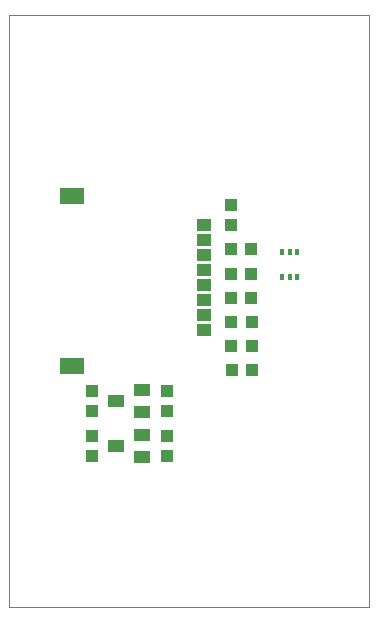
<source format=gbp>
G75*
%MOIN*%
%OFA0B0*%
%FSLAX25Y25*%
%IPPOS*%
%LPD*%
%AMOC8*
5,1,8,0,0,1.08239X$1,22.5*
%
%ADD10C,0.00000*%
%ADD11R,0.04331X0.03937*%
%ADD12R,0.03937X0.04331*%
%ADD13R,0.04724X0.03937*%
%ADD14R,0.07874X0.05315*%
%ADD15R,0.01378X0.01969*%
%ADD16R,0.05512X0.03937*%
D10*
X0026800Y0048050D02*
X0026800Y0245501D01*
X0146800Y0245501D01*
X0146800Y0048050D01*
X0026800Y0048050D01*
D11*
X0054300Y0098454D03*
X0054300Y0105146D03*
X0054300Y0113454D03*
X0054300Y0120146D03*
X0079300Y0120146D03*
X0079300Y0113454D03*
X0079300Y0105146D03*
X0079300Y0098454D03*
X0101054Y0127000D03*
X0107746Y0127000D03*
X0107546Y0151200D03*
X0100854Y0151200D03*
X0100854Y0167300D03*
X0107546Y0167300D03*
D12*
X0107546Y0159200D03*
X0100854Y0159200D03*
X0100900Y0175354D03*
X0100900Y0182046D03*
X0100954Y0143200D03*
X0107646Y0143200D03*
X0107646Y0135100D03*
X0100954Y0135100D03*
D13*
X0091800Y0140383D03*
X0091800Y0145383D03*
X0091800Y0150383D03*
X0091800Y0155383D03*
X0091800Y0160383D03*
X0091800Y0165383D03*
X0091800Y0170383D03*
X0091800Y0175383D03*
D14*
X0047706Y0185146D03*
X0047706Y0128454D03*
D15*
X0117841Y0158266D03*
X0120400Y0158266D03*
X0122959Y0158266D03*
X0122959Y0166534D03*
X0120400Y0166534D03*
X0117841Y0166534D03*
D16*
X0071131Y0120540D03*
X0071131Y0113060D03*
X0071131Y0105540D03*
X0071131Y0098060D03*
X0062469Y0101800D03*
X0062469Y0116800D03*
M02*

</source>
